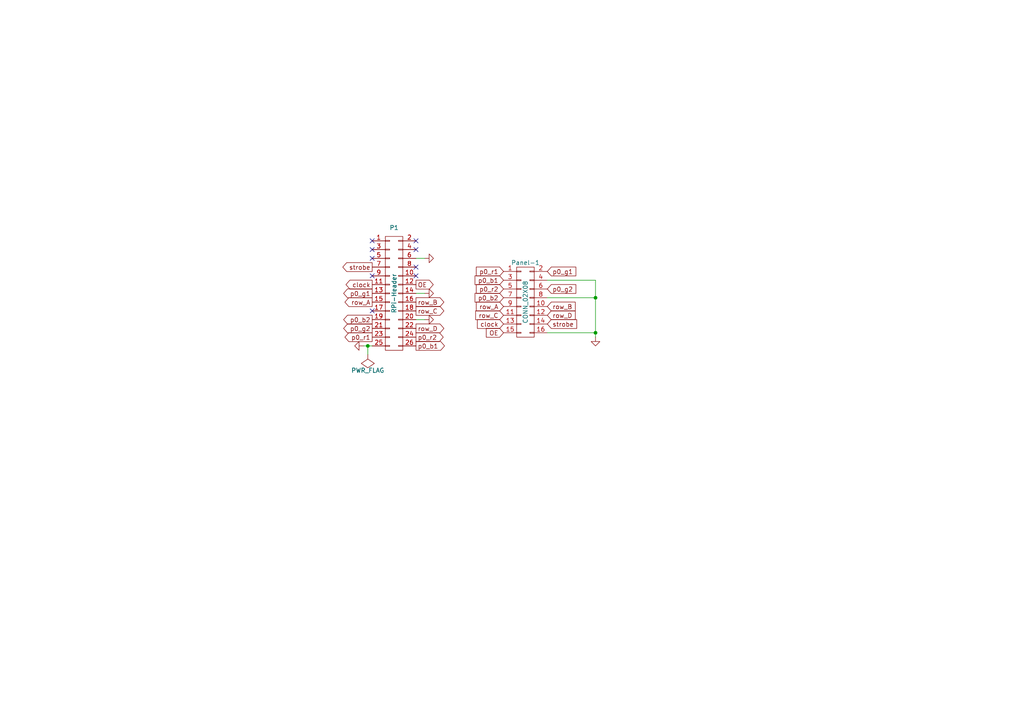
<source format=kicad_sch>
(kicad_sch (version 20230121) (generator eeschema)
  (paper "A4")
  (lib_symbols
    (symbol "passive-rpi-hub75-adapter-rescue:CONN_02X08" (pin_names (offset 0.0254) hide)
      (property "Reference" "P" (at 0 11.43 0))
      (property "Value" "CONN_02X08" (at 0 0 90))
      (symbol "CONN_02X08_0_1"
        (rectangle (start -2.54 -8.763) (end -1.27 -9.017))
        (rectangle (start -2.54 -6.223) (end -1.27 -6.477))
        (rectangle (start -2.54 -3.683) (end -1.27 -3.937))
        (rectangle (start -2.54 -1.143) (end -1.27 -1.397))
        (rectangle (start -2.54 1.397) (end -1.27 1.143))
        (rectangle (start -2.54 3.937) (end -1.27 3.683))
        (rectangle (start -2.54 6.477) (end -1.27 6.223))
        (rectangle (start -2.54 9.017) (end -1.27 8.763))
        (rectangle (start -2.54 10.16) (end 2.54 -10.16))
        (rectangle (start 1.27 -8.763) (end 2.54 -9.017))
        (rectangle (start 1.27 -6.223) (end 2.54 -6.477))
        (rectangle (start 1.27 -3.683) (end 2.54 -3.937))
        (rectangle (start 1.27 -1.143) (end 2.54 -1.397))
        (rectangle (start 1.27 1.397) (end 2.54 1.143))
        (rectangle (start 1.27 3.937) (end 2.54 3.683))
        (rectangle (start 1.27 6.477) (end 2.54 6.223))
        (rectangle (start 1.27 9.017) (end 2.54 8.763))
      )
      (symbol "CONN_02X08_1_1"
        (pin passive line (at -6.35 8.89 0) (length 3.81) (name "P1") (number "1"))
        (pin passive line (at 6.35 -1.27 180) (length 3.81) (name "P10") (number "10"))
        (pin passive line (at -6.35 -3.81 0) (length 3.81) (name "P11") (number "11"))
        (pin passive line (at 6.35 -3.81 180) (length 3.81) (name "P12") (number "12"))
        (pin passive line (at -6.35 -6.35 0) (length 3.81) (name "P13") (number "13"))
        (pin passive line (at 6.35 -6.35 180) (length 3.81) (name "P14") (number "14"))
        (pin passive line (at -6.35 -8.89 0) (length 3.81) (name "P15") (number "15"))
        (pin passive line (at 6.35 -8.89 180) (length 3.81) (name "P16") (number "16"))
        (pin passive line (at 6.35 8.89 180) (length 3.81) (name "P2") (number "2"))
        (pin passive line (at -6.35 6.35 0) (length 3.81) (name "P3") (number "3"))
        (pin passive line (at 6.35 6.35 180) (length 3.81) (name "P4") (number "4"))
        (pin passive line (at -6.35 3.81 0) (length 3.81) (name "P5") (number "5"))
        (pin passive line (at 6.35 3.81 180) (length 3.81) (name "P6") (number "6"))
        (pin passive line (at -6.35 1.27 0) (length 3.81) (name "P7") (number "7"))
        (pin passive line (at 6.35 1.27 180) (length 3.81) (name "P8") (number "8"))
        (pin passive line (at -6.35 -1.27 0) (length 3.81) (name "P9") (number "9"))
      )
    )
    (symbol "passive-rpi-hub75-adapter-rescue:CONN_02X13" (pin_names (offset 0.0254) hide)
      (property "Reference" "P" (at 0 17.78 0))
      (property "Value" "CONN_02X13" (at 0 0 90))
      (symbol "CONN_02X13_0_1"
        (rectangle (start -2.54 -15.113) (end -1.27 -15.367))
        (rectangle (start -2.54 -12.573) (end -1.27 -12.827))
        (rectangle (start -2.54 -10.033) (end -1.27 -10.287))
        (rectangle (start -2.54 -7.493) (end -1.27 -7.747))
        (rectangle (start -2.54 -4.953) (end -1.27 -5.207))
        (rectangle (start -2.54 -2.413) (end -1.27 -2.667))
        (rectangle (start -2.54 0.127) (end -1.27 -0.127))
        (rectangle (start -2.54 2.667) (end -1.27 2.413))
        (rectangle (start -2.54 5.207) (end -1.27 4.953))
        (rectangle (start -2.54 7.747) (end -1.27 7.493))
        (rectangle (start -2.54 10.287) (end -1.27 10.033))
        (rectangle (start -2.54 12.827) (end -1.27 12.573))
        (rectangle (start -2.54 15.367) (end -1.27 15.113))
        (rectangle (start -2.54 16.51) (end 2.54 -16.51))
        (rectangle (start 1.27 -15.113) (end 2.54 -15.367))
        (rectangle (start 1.27 -12.573) (end 2.54 -12.827))
        (rectangle (start 1.27 -10.033) (end 2.54 -10.287))
        (rectangle (start 1.27 -7.493) (end 2.54 -7.747))
        (rectangle (start 1.27 -4.953) (end 2.54 -5.207))
        (rectangle (start 1.27 -2.413) (end 2.54 -2.667))
        (rectangle (start 1.27 0.127) (end 2.54 -0.127))
        (rectangle (start 1.27 2.667) (end 2.54 2.413))
        (rectangle (start 1.27 5.207) (end 2.54 4.953))
        (rectangle (start 1.27 7.747) (end 2.54 7.493))
        (rectangle (start 1.27 10.287) (end 2.54 10.033))
        (rectangle (start 1.27 12.827) (end 2.54 12.573))
        (rectangle (start 1.27 15.367) (end 2.54 15.113))
      )
      (symbol "CONN_02X13_1_1"
        (pin passive line (at -6.35 15.24 0) (length 3.81) (name "P1") (number "1"))
        (pin passive line (at 6.35 5.08 180) (length 3.81) (name "P10") (number "10"))
        (pin passive line (at -6.35 2.54 0) (length 3.81) (name "P11") (number "11"))
        (pin passive line (at 6.35 2.54 180) (length 3.81) (name "P12") (number "12"))
        (pin passive line (at -6.35 0 0) (length 3.81) (name "P13") (number "13"))
        (pin passive line (at 6.35 0 180) (length 3.81) (name "P14") (number "14"))
        (pin passive line (at -6.35 -2.54 0) (length 3.81) (name "P15") (number "15"))
        (pin passive line (at 6.35 -2.54 180) (length 3.81) (name "P16") (number "16"))
        (pin passive line (at -6.35 -5.08 0) (length 3.81) (name "P17") (number "17"))
        (pin passive line (at 6.35 -5.08 180) (length 3.81) (name "P18") (number "18"))
        (pin passive line (at -6.35 -7.62 0) (length 3.81) (name "P19") (number "19"))
        (pin passive line (at 6.35 15.24 180) (length 3.81) (name "P2") (number "2"))
        (pin passive line (at 6.35 -7.62 180) (length 3.81) (name "P20") (number "20"))
        (pin passive line (at -6.35 -10.16 0) (length 3.81) (name "P21") (number "21"))
        (pin passive line (at 6.35 -10.16 180) (length 3.81) (name "P22") (number "22"))
        (pin passive line (at -6.35 -12.7 0) (length 3.81) (name "P23") (number "23"))
        (pin passive line (at 6.35 -12.7 180) (length 3.81) (name "P24") (number "24"))
        (pin passive line (at -6.35 -15.24 0) (length 3.81) (name "P25") (number "25"))
        (pin passive line (at 6.35 -15.24 180) (length 3.81) (name "P26") (number "26"))
        (pin passive line (at -6.35 12.7 0) (length 3.81) (name "P3") (number "3"))
        (pin passive line (at 6.35 12.7 180) (length 3.81) (name "P4") (number "4"))
        (pin passive line (at -6.35 10.16 0) (length 3.81) (name "P5") (number "5"))
        (pin passive line (at 6.35 10.16 180) (length 3.81) (name "P6") (number "6"))
        (pin passive line (at -6.35 7.62 0) (length 3.81) (name "P7") (number "7"))
        (pin passive line (at 6.35 7.62 180) (length 3.81) (name "P8") (number "8"))
        (pin passive line (at -6.35 5.08 0) (length 3.81) (name "P9") (number "9"))
      )
    )
    (symbol "passive-rpi-hub75-adapter-rescue:GND" (power) (pin_names (offset 0))
      (property "Value" "GND" (at 0 -3.81 0))
      (symbol "GND_0_1"
        (polyline (pts (xy 0 0) (xy 0 -1.27) (xy 1.27 -1.27) (xy 0 -2.54) (xy -1.27 -1.27) (xy 0 -1.27)))
      )
      (symbol "GND_1_1"
        (pin power_in line (at 0 0 270) (length 0) hide (name "GND") (number "1"))
      )
    )
    (symbol "passive-rpi-hub75-adapter-rescue:PWR_FLAG" (power) (pin_numbers hide) (pin_names (offset 0) hide)
      (property "Value" "PWR_FLAG" (at 0 4.572 0))
      (symbol "PWR_FLAG_0_0"
        (pin power_out line (at 0 0 90) (length 0) (name "pwr") (number "1"))
      )
      (symbol "PWR_FLAG_0_1"
        (polyline (pts (xy 0 0) (xy 0 1.27) (xy -1.905 2.54) (xy 0 3.81) (xy 1.905 2.54) (xy 0 1.27)))
      )
    )
  )
  (junction (at 172.72 86.36))
  (junction (at 172.72 96.52))
  (junction (at 106.68 100.33))
  (no_connect (at 120.65 80.01))
  (no_connect (at 120.65 69.85))
  (no_connect (at 107.95 90.17))
  (no_connect (at 107.95 74.93))
  (no_connect (at 120.65 72.39))
  (no_connect (at 120.65 77.47))
  (no_connect (at 107.95 72.39))
  (no_connect (at 107.95 80.01))
  (no_connect (at 107.95 69.85))
  (wire (pts (xy 106.68 100.33) (xy 107.95 100.33)))
  (wire (pts (xy 120.65 74.93) (xy 123.19 74.93)))
  (wire (pts (xy 172.72 81.28) (xy 172.72 86.36)))
  (wire (pts (xy 120.65 85.09) (xy 123.19 85.09)))
  (wire (pts (xy 120.65 92.71) (xy 123.19 92.71)))
  (wire (pts (xy 105.41 100.33) (xy 106.68 100.33)))
  (wire (pts (xy 172.72 96.52) (xy 172.72 97.79)))
  (wire (pts (xy 158.75 86.36) (xy 172.72 86.36)))
  (wire (pts (xy 106.68 100.33) (xy 106.68 102.87)))
  (wire (pts (xy 158.75 81.28) (xy 172.72 81.28)))
  (wire (pts (xy 172.72 86.36) (xy 172.72 96.52)))
  (wire (pts (xy 158.75 96.52) (xy 172.72 96.52)))
  (global_label "OE" (shape output) (at 120.65 82.55 0) (effects (font (size 1.2954 1.2954))) (property "Intersheetrefs" "${INTERSHEET_REFS}" (effects hide)))
  (global_label "OE" (shape input) (at 146.05 96.52 180) (effects (font (size 1.2954 1.2954))) (property "Intersheetrefs" "${INTERSHEET_REFS}" (effects hide)))
  (global_label "p0_r2" (shape output) (at 120.65 97.79 0) (effects (font (size 1.2954 1.2954))) (property "Intersheetrefs" "${INTERSHEET_REFS}" (effects hide)))
  (global_label "row_C" (shape input) (at 146.05 91.44 180) (effects (font (size 1.2954 1.2954))) (property "Intersheetrefs" "${INTERSHEET_REFS}" (effects hide)))
  (global_label "p0_g2" (shape input) (at 158.75 83.82 0) (effects (font (size 1.2954 1.2954))) (property "Intersheetrefs" "${INTERSHEET_REFS}" (effects hide)))
  (global_label "p0_b1" (shape output) (at 120.65 100.33 0) (effects (font (size 1.2954 1.2954))) (property "Intersheetrefs" "${INTERSHEET_REFS}" (effects hide)))
  (global_label "strobe" (shape input) (at 158.75 93.98 0) (effects (font (size 1.2954 1.2954))) (property "Intersheetrefs" "${INTERSHEET_REFS}" (effects hide)))
  (global_label "p0_b1" (shape input) (at 146.05 81.28 180) (effects (font (size 1.2954 1.2954))) (property "Intersheetrefs" "${INTERSHEET_REFS}" (effects hide)))
  (global_label "row_B" (shape input) (at 158.75 88.9 0) (effects (font (size 1.2954 1.2954))) (property "Intersheetrefs" "${INTERSHEET_REFS}" (effects hide)))
  (global_label "row_B" (shape output) (at 120.65 87.63 0) (effects (font (size 1.2954 1.2954))) (property "Intersheetrefs" "${INTERSHEET_REFS}" (effects hide)))
  (global_label "row_C" (shape output) (at 120.65 90.17 0) (effects (font (size 1.2954 1.2954))) (property "Intersheetrefs" "${INTERSHEET_REFS}" (effects hide)))
  (global_label "p0_b2" (shape output) (at 107.95 92.71 180) (effects (font (size 1.2954 1.2954))) (property "Intersheetrefs" "${INTERSHEET_REFS}" (effects hide)))
  (global_label "row_D" (shape output) (at 120.65 95.25 0) (effects (font (size 1.2954 1.2954))) (property "Intersheetrefs" "${INTERSHEET_REFS}" (effects hide)))
  (global_label "p0_b2" (shape input) (at 146.05 86.36 180) (effects (font (size 1.2954 1.2954))) (property "Intersheetrefs" "${INTERSHEET_REFS}" (effects hide)))
  (global_label "p0_r2" (shape input) (at 146.05 83.82 180) (effects (font (size 1.2954 1.2954))) (property "Intersheetrefs" "${INTERSHEET_REFS}" (effects hide)))
  (global_label "clock" (shape output) (at 107.95 82.55 180) (effects (font (size 1.2954 1.2954))) (property "Intersheetrefs" "${INTERSHEET_REFS}" (effects hide)))
  (global_label "row_D" (shape input) (at 158.75 91.44 0) (effects (font (size 1.2954 1.2954))) (property "Intersheetrefs" "${INTERSHEET_REFS}" (effects hide)))
  (global_label "p0_g1" (shape input) (at 158.75 78.74 0) (effects (font (size 1.2954 1.2954))) (property "Intersheetrefs" "${INTERSHEET_REFS}" (effects hide)))
  (global_label "p0_r1" (shape output) (at 107.95 97.79 180) (effects (font (size 1.2954 1.2954))) (property "Intersheetrefs" "${INTERSHEET_REFS}" (effects hide)))
  (global_label "strobe" (shape output) (at 107.95 77.47 180) (effects (font (size 1.2954 1.2954))) (property "Intersheetrefs" "${INTERSHEET_REFS}" (effects hide)))
  (global_label "p0_r1" (shape input) (at 146.05 78.74 180) (effects (font (size 1.2954 1.2954))) (property "Intersheetrefs" "${INTERSHEET_REFS}" (effects hide)))
  (global_label "p0_g1" (shape output) (at 107.95 85.09 180) (effects (font (size 1.2954 1.2954))) (property "Intersheetrefs" "${INTERSHEET_REFS}" (effects hide)))
  (global_label "row_A" (shape output) (at 107.95 87.63 180) (effects (font (size 1.2954 1.2954))) (property "Intersheetrefs" "${INTERSHEET_REFS}" (effects hide)))
  (global_label "row_A" (shape input) (at 146.05 88.9 180) (effects (font (size 1.2954 1.2954))) (property "Intersheetrefs" "${INTERSHEET_REFS}" (effects hide)))
  (global_label "p0_g2" (shape output) (at 107.95 95.25 180) (effects (font (size 1.2954 1.2954))) (property "Intersheetrefs" "${INTERSHEET_REFS}" (effects hide)))
  (global_label "clock" (shape input) (at 146.05 93.98 180) (effects (font (size 1.2954 1.2954))) (property "Intersheetrefs" "${INTERSHEET_REFS}" (effects hide)))
  (symbol (lib_id "passive-rpi-hub75-adapter-rescue:CONN_02X08") (at 152.4 87.63 0) (unit 1)
    (property "Reference" "Panel-1" (at 152.4 76.2 0))
    (property "Value" "CONN_02X08" (at 152.4 87.63 90))
    (property "Footprint" "Pin_Headers:Pin_Header_Straight_2x08" (effects hide))
  )
  (symbol (lib_id "passive-rpi-hub75-adapter-rescue:CONN_02X13") (at 114.3 85.09 0) (unit 1)
    (property "Reference" "P1" (at 114.3 66.04 0))
    (property "Value" "RPi-Header" (at 114.3 85.09 90))
    (property "Footprint" "Pin_Headers:Pin_Header_Straight_2x13" (effects hide))
  )
  (symbol (lib_id "passive-rpi-hub75-adapter-rescue:GND") (at 123.19 85.09 90) (unit 1)
    (property "Reference" "#PWR01" (effects hide))
    (property "Value" "GND" (effects hide))
  )
  (symbol (lib_id "passive-rpi-hub75-adapter-rescue:GND") (at 123.19 92.71 90) (unit 1)
    (property "Reference" "#PWR02" (effects hide))
    (property "Value" "GND" (effects hide))
  )
  (symbol (lib_id "passive-rpi-hub75-adapter-rescue:GND") (at 123.19 74.93 90) (unit 1)
    (property "Reference" "#PWR03" (effects hide))
    (property "Value" "GND" (effects hide))
  )
  (symbol (lib_id "passive-rpi-hub75-adapter-rescue:GND") (at 105.41 100.33 270) (unit 1)
    (property "Reference" "#PWR04" (effects hide))
    (property "Value" "GND" (effects hide))
  )
  (symbol (lib_id "passive-rpi-hub75-adapter-rescue:GND") (at 172.72 97.79 0) (unit 1)
    (property "Reference" "#PWR05" (effects hide))
    (property "Value" "GND" (effects hide))
  )
  (symbol (lib_id "passive-rpi-hub75-adapter-rescue:PWR_FLAG") (at 106.68 102.87 180) (unit 1)
    (property "Reference" "#FLG06" (effects hide))
    (property "Value" "PWR_FLAG" (at 106.68 107.442 0))
  )
)
</source>
